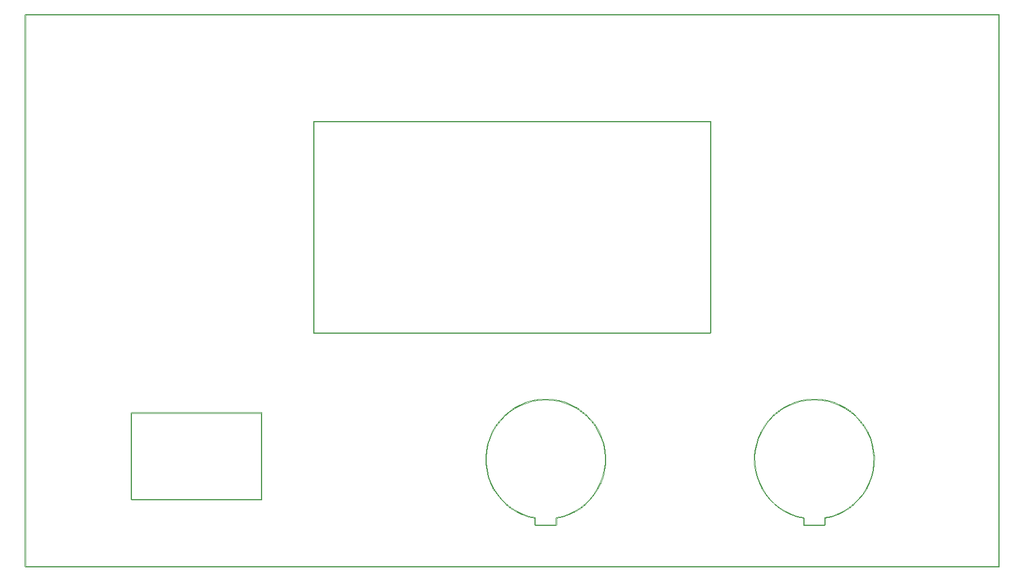
<source format=gko>
G04*
G04 #@! TF.GenerationSoftware,Altium Limited,Altium Designer,20.1.11 (218)*
G04*
G04 Layer_Color=16711935*
%FSLAX25Y25*%
%MOIN*%
G70*
G04*
G04 #@! TF.SameCoordinates,3044359D-6A74-43E1-AAAF-26A8050CFDDE*
G04*
G04*
G04 #@! TF.FilePolarity,Positive*
G04*
G01*
G75*
%ADD19C,0.00394*%
D19*
X553346Y307480D02*
X553150Y307677D01*
X553346Y307480D02*
X553150Y307677D01*
X459870Y78740D02*
X459851Y78749D01*
X459871Y78739D02*
X459870Y78740D01*
X456286Y80190D02*
X456266Y80197D01*
X456287Y80189D02*
X456286Y80190D01*
X459852Y78749D02*
X459850Y78749D01*
X459870Y78740D02*
X459852Y78749D01*
X466455Y74710D02*
X466438Y74723D01*
X466455Y74710D02*
X466438Y74723D01*
X463255Y76917D02*
X463254Y76917D01*
X463273Y76906D02*
X463255Y76917D01*
X463273Y76906D02*
X463255Y76917D01*
X448752Y81873D02*
X448730Y81876D01*
X448752Y81873D02*
X448731Y81875D01*
X444894Y82086D02*
X444871Y82086D01*
X444893D02*
X444870Y82086D01*
X452565Y81239D02*
X452545Y81243D01*
X452566Y81238D02*
X452565Y81239D01*
X456267Y80196D02*
X456266Y80197D01*
X456287Y80190D02*
X456267Y80196D01*
X452566Y81238D02*
X452545Y81243D01*
X477821Y59365D02*
X477813Y59384D01*
X477821Y59363D02*
X477821Y59365D01*
X478994Y55679D02*
X478988Y55701D01*
X478988Y55700D02*
X478988Y55702D01*
X478994Y55680D02*
X478988Y55700D01*
X476252Y62896D02*
X476242Y62916D01*
X477821Y59364D02*
X477813Y59385D01*
X479755Y51891D02*
X479752Y51912D01*
X479756Y51890D02*
X479755Y51891D01*
X480097Y48061D02*
X480097Y48062D01*
X480098Y48044D02*
X480097Y48061D01*
X480098Y48040D02*
X480098Y48044D01*
X480097Y48061D01*
X479755Y51890D02*
X479752Y51913D01*
X472004Y69344D02*
X471991Y69360D01*
X472004Y69344D02*
X471991Y69360D01*
X472005Y69343D02*
X472004Y69344D01*
X469377Y72179D02*
X469362Y72194D01*
X469377Y72179D02*
X469362Y72194D01*
X474305Y66237D02*
X474293Y66255D01*
X476252Y62897D02*
X476242Y62916D01*
X474294Y66255D02*
X474293Y66255D01*
X474305Y66237D02*
X474294Y66255D01*
X441034Y81876D02*
X441011Y81873D01*
X441033Y81875D02*
X441011Y81873D01*
X437219Y81243D02*
X437198Y81238D01*
X437198Y81239D02*
X437197Y81238D01*
X437219Y81243D02*
X437198Y81239D01*
X433497Y80196D02*
X433477Y80190D01*
X433498Y80197D02*
X433497Y80196D01*
X433478Y80190D02*
X433476Y80189D01*
X433497Y80197D02*
X433478Y80190D01*
X429912Y78749D02*
X429893Y78740D01*
X429914Y78749D02*
X429912Y78749D01*
X429894Y78740D02*
X429893Y78739D01*
X429913Y78749D02*
X429894Y78740D01*
X384055Y120709D02*
X384252Y120905D01*
X426508Y76917D02*
X426490Y76906D01*
X426509Y76917D02*
X426508Y76917D01*
X426509Y76917D02*
X426489Y76905D01*
X384252Y244882D02*
X384055Y245079D01*
X384252Y244882D02*
X384055Y245079D01*
X384055Y120709D02*
X384252Y120905D01*
X423327Y74724D02*
X423309Y74710D01*
X423326Y74723D02*
X423309Y74710D01*
X420402Y72194D02*
X420386Y72179D01*
X420402Y72194D02*
X420386Y72179D01*
X417773Y69360D02*
X417759Y69344D01*
X417760Y69344D02*
X417759Y69343D01*
X417773Y69360D02*
X417760Y69344D01*
X415470Y66255D02*
X415458Y66237D01*
X415471Y66255D02*
X415470Y66255D01*
X415470Y66255D02*
X415458Y66237D01*
X413522Y62916D02*
X413512Y62897D01*
X413522Y62916D02*
X413511Y62896D01*
X411951Y59385D02*
X411943Y59364D01*
X411943Y59365D02*
X411942Y59363D01*
X411950Y59384D02*
X411943Y59365D01*
X410775Y55700D02*
X410770Y55680D01*
X410776Y55702D02*
X410775Y55700D01*
X410776Y55701D02*
X410770Y55679D01*
X410011Y51913D02*
X410008Y51890D01*
X322275Y51891D02*
X322272Y51912D01*
X322275Y51890D02*
X322275Y51891D01*
X410008Y51891D02*
X410008Y51890D01*
X410011Y51912D02*
X410008Y51891D01*
X409666Y48061D02*
X409666Y48040D01*
X409667Y48062D02*
X409666Y48061D01*
X322617Y48061D02*
X322617Y48062D01*
X322618Y48044D02*
X322617Y48061D01*
X322617Y48040D02*
X322618Y48044D01*
X322617Y48061D01*
X480098Y48040D02*
X480098Y48044D01*
X480018Y44196D02*
X480018Y44201D01*
X480016Y44175D02*
X480018Y44196D01*
X480016Y44174D02*
X480018Y44196D01*
X479512Y40342D02*
X479516Y40363D01*
X479515Y40362D02*
X479516Y40364D01*
X479512Y40342D02*
X479515Y40362D01*
X478590Y36588D02*
X478596Y36608D01*
X478590Y36588D02*
X478596Y36608D01*
X477263Y32957D02*
X477272Y32977D01*
X477263Y32957D02*
X477263Y32957D01*
X477263Y32957D02*
X477272Y32977D01*
X475557Y29512D02*
X475557Y29512D01*
X475546Y29493D02*
X475557Y29512D01*
X475547Y29494D02*
X475557Y29512D01*
X475546Y29493D02*
X475547Y29494D01*
X473460Y26239D02*
X473473Y26256D01*
X473473Y26256D02*
X473473Y26257D01*
X473460Y26239D02*
X473473Y26256D01*
X471030Y23232D02*
X471045Y23248D01*
X471030Y23232D02*
X471045Y23248D01*
X468286Y20510D02*
X468302Y20524D01*
X468286Y20510D02*
X468302Y20524D01*
X465259Y18104D02*
X465277Y18117D01*
X465260Y18105D02*
X465277Y18117D01*
X465259Y18104D02*
X465260Y18105D01*
X553150Y-16339D02*
X553346Y-16142D01*
X553150Y-16339D02*
X553346Y-16142D01*
X462006Y16055D02*
X462007Y16056D01*
X461988Y16045D02*
X462006Y16055D01*
X461989Y16046D02*
X462007Y16056D01*
X461987Y16045D02*
X461989Y16046D01*
X458529Y14365D02*
X458531Y14365D01*
X458510Y14357D02*
X458529Y14365D01*
X458510Y14357D02*
X458530Y14365D01*
X454869Y13059D02*
X454889Y13065D01*
X454869Y13059D02*
X454889Y13065D01*
X451037Y12556D02*
X450886Y12364D01*
X451083Y8071D02*
X451280Y8268D01*
X451083Y8071D02*
X451280Y8268D01*
X451037Y12556D02*
X450886Y12364D01*
X412492Y32977D02*
X412500Y32957D01*
X412500Y32957D02*
X412501Y32957D01*
X412492Y32977D02*
X412500Y32957D01*
X411167Y36608D02*
X411173Y36588D01*
X411167Y36608D02*
X411173Y36588D01*
X416291Y26256D02*
X416303Y26239D01*
X416290Y26257D02*
X416291Y26256D01*
X416291Y26256D02*
X416303Y26239D01*
X414207Y29512D02*
X414217Y29493D01*
X414207Y29512D02*
X414207Y29512D01*
X414217Y29494D02*
X414218Y29493D01*
X414207Y29512D02*
X414217Y29494D01*
X409667Y48061D02*
X409666Y48040D01*
X409746Y44196D02*
X409748Y44175D01*
X322617Y48040D02*
X322618Y48044D01*
X410248Y40365D02*
X410252Y40342D01*
X410248Y40363D02*
X410252Y40342D01*
X409746Y44196D02*
X409748Y44174D01*
X322536Y44174D02*
X322537Y44196D01*
X322537Y44201D01*
X322536Y44175D02*
X322537Y44196D01*
X434874Y13065D02*
X434895Y13059D01*
X434874Y13065D02*
X434895Y13059D01*
X431234Y14365D02*
X431253Y14357D01*
X431233Y14365D02*
X431234Y14365D01*
X431234Y14365D02*
X431253Y14357D01*
X438878Y12364D02*
X438727Y12556D01*
X438878Y12364D02*
X438727Y12556D01*
X438484Y8268D02*
X438681Y8071D01*
X438484Y8268D02*
X438681Y8071D01*
X421462Y20524D02*
X421478Y20510D01*
X421462Y20524D02*
X421478Y20510D01*
X418719Y23248D02*
X418733Y23232D01*
X418719Y23248D02*
X418733Y23232D01*
X427758Y16055D02*
X427776Y16045D01*
X427757Y16056D02*
X427758Y16055D01*
X427775Y16046D02*
X427777Y16045D01*
X427757Y16056D02*
X427775Y16046D01*
X424487Y18117D02*
X424504Y18104D01*
X424504Y18105D02*
X424505Y18104D01*
X424487Y18117D02*
X424504Y18105D01*
X298786Y80196D02*
X298785Y80197D01*
X298806Y80190D02*
X298786Y80196D01*
X298805Y80190D02*
X298786Y80197D01*
X298807Y80189D02*
X298805Y80190D01*
X295086Y81238D02*
X295064Y81243D01*
X291272Y81873D02*
X291251Y81875D01*
X295085Y81239D02*
X295064Y81243D01*
X295086Y81238D02*
X295085Y81239D01*
X305793Y76906D02*
X305775Y76917D01*
X305793Y76906D02*
X305775Y76917D01*
X302371Y78749D02*
X302369Y78749D01*
X302390Y78740D02*
X302371Y78749D01*
X302390Y78740D02*
X302370Y78749D01*
X287414Y82086D02*
X287391Y82086D01*
X287412D02*
X287389Y82086D01*
X291272Y81873D02*
X291249Y81876D01*
X283554D02*
X283531Y81873D01*
X318772Y62896D02*
X318762Y62916D01*
X320340Y59365D02*
X320333Y59384D01*
X320341Y59363D02*
X320340Y59365D01*
X320341Y59364D02*
X320332Y59385D01*
X316825Y66237D02*
X316813Y66255D01*
X318772Y62897D02*
X318762Y62916D01*
X321513Y55679D02*
X321508Y55701D01*
X322275Y51890D02*
X322272Y51913D01*
X321508Y55700D02*
X321508Y55702D01*
X321513Y55680D02*
X321508Y55700D01*
X311897Y72179D02*
X311881Y72194D01*
X311897Y72179D02*
X311881Y72194D01*
X311897Y72179D02*
X311897Y72179D01*
X308975Y74710D02*
X308958Y74723D01*
X308975Y74710D02*
X308958Y74723D01*
X314524Y69344D02*
X314510Y69360D01*
X314525Y69343D02*
X314524Y69344D01*
X316813Y66255D02*
X316813Y66255D01*
X316825Y66237D02*
X316813Y66255D01*
X314510Y69360D02*
X314510Y69360D01*
X314524Y69343D02*
X314510Y69360D01*
X283552Y81875D02*
X283531Y81873D01*
X279739Y81243D02*
X279717Y81238D01*
X279718Y81239D02*
X279717Y81238D01*
X279739Y81243D02*
X279718Y81239D01*
X276016Y80196D02*
X275997Y80190D01*
X276018Y80197D02*
X276016Y80196D01*
X275997Y80190D02*
X275996Y80189D01*
X276017Y80197D02*
X275997Y80190D01*
X272432Y78749D02*
X272413Y78740D01*
X272433Y78749D02*
X272432Y78749D01*
X272433Y78749D02*
X272413Y78740D01*
X269028Y76917D02*
X269010Y76906D01*
X269028Y76917D02*
X269010Y76906D01*
X151181Y120905D02*
X151378Y120709D01*
X151378Y245079D02*
X151181Y244882D01*
X265845Y74723D02*
X265828Y74710D01*
X-17717Y307677D02*
X-17914Y307480D01*
X151378Y245079D02*
X151181Y244882D01*
X-17717Y307677D02*
X-17914Y307480D01*
X151181Y120905D02*
X151378Y120709D01*
X265845Y74723D02*
X265828Y74710D01*
X121063Y74016D02*
X120866Y74213D01*
X121063Y74016D02*
X120866Y74213D01*
X44488Y74213D02*
X44291Y74016D01*
X262922Y72194D02*
X262906Y72179D01*
X262906Y72179D02*
X262906Y72179D01*
X262922Y72194D02*
X262906Y72179D01*
X260293Y69360D02*
X260279Y69343D01*
X260293Y69360D02*
X260293Y69360D01*
X260279Y69344D02*
X260279Y69343D01*
X260293Y69360D02*
X260279Y69344D01*
X257990Y66255D02*
X257978Y66237D01*
X257990Y66255D02*
X257990Y66255D01*
X257990Y66255D02*
X257978Y66237D01*
X256041Y62916D02*
X256031Y62897D01*
X256041Y62916D02*
X256031Y62896D01*
X254471Y59385D02*
X254462Y59364D01*
X254463Y59365D02*
X254462Y59363D01*
X254470Y59384D02*
X254463Y59365D01*
X44488Y74213D02*
X44291Y74016D01*
X253295Y55700D02*
X253290Y55680D01*
X253295Y55702D02*
X253295Y55700D01*
X253295Y55701D02*
X253290Y55679D01*
X252531Y51913D02*
X252528Y51890D01*
X252528Y51891D02*
X252528Y51890D01*
X252531Y51912D02*
X252528Y51891D01*
X252186Y48061D02*
X252186Y48040D01*
X252186Y48062D02*
X252186Y48061D01*
X322035Y40362D02*
X322035Y40364D01*
X322031Y40342D02*
X322035Y40362D01*
X322031Y40342D02*
X322035Y40363D01*
X321110Y36588D02*
X321116Y36608D01*
X321110Y36587D02*
X321116Y36608D01*
X319783Y32957D02*
X319792Y32978D01*
X319783Y32957D02*
X319791Y32977D01*
X319783Y32957D02*
X319783Y32957D01*
X318076Y29512D02*
X318077Y29512D01*
X318066Y29493D02*
X318076Y29512D01*
X318066Y29494D02*
X318077Y29512D01*
X318066Y29493D02*
X318066Y29494D01*
X315992Y26256D02*
X315993Y26257D01*
X315980Y26239D02*
X315992Y26256D01*
X315980Y26239D02*
X315993Y26256D01*
X313550Y23232D02*
X313564Y23248D01*
X313550Y23232D02*
X313564Y23248D01*
X310805Y20510D02*
X310822Y20524D01*
X310805Y20510D02*
X310822Y20524D01*
X307779Y18104D02*
X307797Y18117D01*
X307780Y18105D02*
X307797Y18117D01*
X307779Y18104D02*
X307780Y18105D01*
X304526Y16055D02*
X304527Y16056D01*
X304507Y16045D02*
X304526Y16055D01*
X304508Y16046D02*
X304526Y16056D01*
X304506Y16045D02*
X304508Y16046D01*
X301049Y14365D02*
X301051Y14365D01*
X301030Y14357D02*
X301049Y14365D01*
X301030Y14357D02*
X301050Y14365D01*
X297388Y13059D02*
X297409Y13065D01*
X297388Y13059D02*
X297409Y13065D01*
X293557Y12556D02*
X293405Y12364D01*
X281398D02*
X281246Y12556D01*
X293557D02*
X293405Y12364D01*
X281398D02*
X281246Y12556D01*
X293602Y8071D02*
X293799Y8268D01*
X293602Y8071D02*
X293799Y8268D01*
X281004D02*
X281201Y8071D01*
X281004Y8268D02*
X281201Y8071D01*
X255012Y32977D02*
X255020Y32957D01*
X255012Y32977D02*
X255020Y32957D01*
X253687Y36608D02*
X253693Y36588D01*
X253687Y36608D02*
X253693Y36588D01*
X258811Y26256D02*
X258823Y26239D01*
X258810Y26257D02*
X258811Y26256D01*
X258810Y26256D02*
X258823Y26239D01*
X256726Y29512D02*
X256737Y29493D01*
X256737Y29494D02*
X256737Y29493D01*
X256726Y29512D02*
X256737Y29494D01*
X252768Y40362D02*
X252772Y40342D01*
X252768Y40364D02*
X252768Y40362D01*
X252186Y48061D02*
X252186Y48040D01*
X252266Y44196D02*
X252267Y44174D01*
X252266Y44196D02*
X252267Y44175D01*
X252768Y40363D02*
X252772Y40342D01*
X270277Y16055D02*
X270296Y16045D01*
X270276Y16056D02*
X270277Y16055D01*
X270295Y16046D02*
X270297Y16045D01*
X270277Y16056D02*
X270295Y16046D01*
X267006Y18117D02*
X267024Y18104D01*
X267023Y18105D02*
X267025Y18104D01*
X267006Y18117D02*
X267023Y18105D01*
X277394Y13065D02*
X277415Y13059D01*
X277394Y13065D02*
X277415Y13059D01*
X273754Y14365D02*
X273773Y14356D01*
X273752Y14365D02*
X273754Y14365D01*
X273753Y14365D02*
X273773Y14356D01*
X261239Y23248D02*
X261253Y23232D01*
X261239Y23248D02*
X261253Y23232D01*
X120866Y23031D02*
X121063Y23228D01*
X120866Y23031D02*
X121063Y23228D01*
X44291Y23228D02*
X44488Y23031D01*
X263982Y20524D02*
X263998Y20510D01*
X263982Y20524D02*
X263998Y20510D01*
X44291Y23228D02*
X44488Y23031D01*
X-17914Y-16142D02*
X-17717Y-16339D01*
X-17914Y-16142D02*
X-17717Y-16339D01*
X459851Y78749D02*
X459852Y78749D01*
X459850Y78749D02*
X459851Y78749D01*
X456287Y80189D02*
X459850Y78749D01*
X456287Y80190D02*
X456287Y80189D01*
X456286Y80190D02*
X456287Y80190D01*
X456149Y79820D02*
X459693Y78388D01*
X463273Y76906D02*
X466438Y74723D01*
X463059Y76575D02*
X466206Y74405D01*
X466455Y74710D02*
X469362Y72194D01*
X463255Y76917D02*
X463255Y76917D01*
X463254Y76917D02*
X463255Y76917D01*
X459871Y78739D02*
X463254Y76917D01*
X459870Y78740D02*
X459871Y78739D01*
X459870Y78740D02*
X459870Y78740D01*
X459693Y78388D02*
X463059Y76575D01*
X448730Y81876D02*
X448731Y81875D01*
X444894Y82086D02*
X448730Y81876D01*
X444893Y82086D02*
X444894Y82086D01*
X444882Y81692D02*
X448699Y81483D01*
X444870Y82086D02*
X444871Y82086D01*
X441034Y81876D02*
X444870Y82086D01*
X441033Y81875D02*
X441034Y81876D01*
X441065Y81483D02*
X444882Y81692D01*
X456266Y80197D02*
X456267Y80196D01*
X456266Y80197D02*
X456266Y80197D01*
X452566Y81238D02*
X456266Y80197D01*
X452566Y81238D02*
X452566Y81238D01*
X452565Y81239D02*
X452566Y81238D01*
X452469Y80856D02*
X456149Y79820D01*
X448752Y81873D02*
X452545Y81243D01*
X448699Y81483D02*
X452469Y80856D01*
X477821Y59365D02*
X477821Y59364D01*
X477821Y59363D01*
X478988Y55702D01*
X478988Y55701D01*
X478988Y55700D01*
X477449Y59234D02*
X478610Y55592D01*
X476252Y62897D02*
X476252Y62896D01*
X477813Y59385D01*
X477813Y59384D01*
X479755Y51891D02*
X479755Y51890D01*
X479756Y51890D01*
X480097Y48062D01*
X480097Y48061D01*
X480097Y48061D01*
X478994Y55680D02*
X478994Y55679D01*
X479752Y51913D01*
X479752Y51912D01*
X478610Y55592D02*
X479364Y51845D01*
X469377Y72179D02*
X471991Y69360D01*
X469096Y71904D02*
X471694Y69100D01*
X466206Y74405D02*
X469096Y71904D01*
X474305Y66237D02*
X476242Y62916D01*
X473970Y66029D02*
X475896Y62727D01*
X477449Y59234D01*
X472004Y69344D02*
X472004Y69344D01*
X472005Y69343D01*
X474293Y66255D01*
X474293Y66255D01*
X474294Y66255D01*
X471694Y69100D02*
X473970Y66029D01*
X437219Y81243D02*
X441011Y81873D01*
X437294Y80856D02*
X441065Y81483D01*
X437198Y81238D02*
X437198Y81239D01*
X437197Y81238D02*
X437198Y81238D01*
X433498Y80197D02*
X437197Y81238D01*
X433497Y80197D02*
X433498Y80197D01*
X433497Y80196D02*
X433497Y80197D01*
X433615Y79820D02*
X437294Y80856D01*
X433477Y80190D02*
X433478Y80190D01*
X433476Y80189D02*
X433477Y80190D01*
X429914Y78749D02*
X433476Y80189D01*
X429913Y78749D02*
X429914Y78749D01*
X429912Y78749D02*
X429913Y78749D01*
X430071Y78388D02*
X433615Y79820D01*
X429893Y78740D02*
X429894Y78740D01*
X429893Y78739D02*
X429893Y78740D01*
X426509Y76917D02*
X429893Y78739D01*
X426509Y76917D02*
X426509Y76917D01*
X426508Y76917D02*
X426509Y76917D01*
X426705Y76575D02*
X430071Y78388D01*
X384252Y244882D02*
X384252Y120905D01*
X383858Y244685D02*
X383858Y121102D01*
X426489Y76905D02*
X426490Y76906D01*
X423327Y74724D02*
X426489Y76905D01*
X423326Y74723D02*
X423327Y74724D01*
X423558Y74405D02*
X426705Y76575D01*
X420668Y71904D02*
X423558Y74405D01*
X420402Y72194D02*
X423309Y74710D01*
X418069Y69100D02*
X420668Y71904D01*
X417773Y69360D02*
X420386Y72179D01*
X415793Y66029D02*
X418069Y69100D01*
X417759Y69344D02*
X417760Y69344D01*
X417759Y69343D02*
X417759Y69344D01*
X415471Y66255D02*
X417759Y69343D01*
X415470Y66255D02*
X415471Y66255D01*
X415470Y66255D02*
X415470Y66255D01*
X413867Y62727D02*
X415793Y66029D01*
X413522Y62916D02*
X415458Y66237D01*
X413511Y62896D02*
X413512Y62897D01*
X411951Y59385D02*
X413511Y62896D01*
X411950Y59384D02*
X411951Y59385D01*
X412315Y59234D02*
X413867Y62727D01*
X411943Y59364D02*
X411943Y59365D01*
X411942Y59363D02*
X411943Y59364D01*
X410776Y55702D02*
X411942Y59363D01*
X410776Y55701D02*
X410776Y55702D01*
X410775Y55700D02*
X410776Y55701D01*
X411154Y55592D02*
X412315Y59234D01*
X410770Y55679D02*
X410770Y55680D01*
X410011Y51913D02*
X410770Y55679D01*
X410011Y51912D02*
X410011Y51913D01*
X410399Y51845D02*
X411154Y55592D01*
X410008Y51890D02*
X410008Y51891D01*
X410008Y51890D02*
X410008Y51890D01*
X409667Y48062D02*
X410008Y51890D01*
X409667Y48061D02*
X409667Y48062D01*
X409666Y48061D02*
X409667Y48061D01*
X322275Y51891D02*
X322275Y51890D01*
X322275Y51890D01*
X322617Y48062D01*
X322617Y48061D01*
X322617Y48061D01*
X480018Y44196D02*
X480098Y48040D01*
X479364Y51845D02*
X479704Y48037D01*
X479624Y44215D02*
X479704Y48037D01*
X479126Y40425D02*
X479624Y44215D01*
X480016Y44174D02*
X480016Y44175D01*
X479516Y40364D02*
X480016Y44174D01*
X479516Y40363D02*
X479516Y40364D01*
X479515Y40362D02*
X479516Y40363D01*
X552953Y-15945D02*
Y307283D01*
X553346Y-16142D02*
Y307480D01*
X478596Y36608D02*
X479512Y40342D01*
X478217Y36713D02*
X479126Y40425D01*
X477272Y32977D02*
X478590Y36588D01*
X476905Y33122D02*
X478217Y36713D01*
X477263Y32957D02*
X477263Y32957D01*
X477263Y32957D02*
X477263Y32957D01*
X475557Y29512D02*
X477263Y32957D01*
X475557Y29512D02*
X475557Y29512D01*
X475557Y29512D02*
X475557Y29512D01*
X475209Y29697D02*
X476905Y33122D01*
X473147Y26478D02*
X475209Y29697D01*
X475546Y29493D02*
X475547Y29494D01*
X475546Y29493D02*
X475546Y29493D01*
X473473Y26257D02*
X475546Y29493D01*
X473473Y26256D02*
X473473Y26257D01*
X473473Y26256D02*
X473473Y26256D01*
X471045Y23248D02*
X473460Y26239D01*
X470745Y23504D02*
X473147Y26478D01*
X468032Y20811D02*
X470745Y23504D01*
X468302Y20524D02*
X471030Y23232D01*
X465277Y18117D02*
X468286Y20510D01*
X465040Y18432D02*
X468032Y20811D01*
X465259Y18104D02*
X465260Y18105D01*
X465259Y18104D02*
X465259Y18104D01*
X462007Y16056D02*
X465259Y18104D01*
X462007Y16056D02*
X462007Y16056D01*
X462006Y16055D02*
X462007Y16056D01*
X461806Y16395D02*
X465040Y18432D01*
X461988Y16045D02*
X461989Y16046D01*
X461987Y16045D02*
X461988Y16045D01*
X458531Y14365D02*
X461987Y16045D01*
X458530Y14365D02*
X458531Y14365D01*
X458529Y14365D02*
X458530Y14365D01*
X458368Y14724D02*
X461806Y16395D01*
X454767Y13440D02*
X458368Y14724D01*
X454889Y13065D02*
X458510Y14357D01*
X451037Y12556D02*
X454767Y13440D01*
X451280Y12208D02*
X454869Y13059D01*
X451280Y8268D02*
Y12208D01*
X450886Y8465D02*
Y12364D01*
X438681Y8071D02*
X451083D01*
X438878Y8465D02*
X450886D01*
X412858Y33122D02*
X414555Y29697D01*
X411547Y36713D02*
X412858Y33122D01*
X411173Y36588D02*
X412492Y32977D01*
X416616Y26478D02*
X419018Y23504D01*
X414555Y29697D02*
X416616Y26478D01*
X412500Y32957D02*
X412500Y32957D01*
X412501Y32957D01*
X414207Y29512D01*
X414207Y29512D01*
X414207Y29512D01*
X414217Y29494D02*
X414217Y29493D01*
X414218Y29493D01*
X416290Y26257D01*
X416291Y26256D01*
X416291Y26256D01*
X410060Y48037D02*
X410399Y51845D01*
X410060Y48037D02*
X410140Y44215D01*
X409666Y48040D02*
X409746Y44196D01*
X322144Y44215D02*
X322223Y48037D01*
X322537Y44196D02*
X322617Y48040D01*
X410637Y40425D02*
X411547Y36713D01*
X410140Y44215D02*
X410637Y40425D01*
X410252Y40342D02*
X411167Y36608D01*
X409748Y44175D02*
X409748Y44174D01*
X410248Y40365D01*
X410248Y40363D01*
X431396Y14724D02*
X434997Y13440D01*
X431253Y14357D02*
X434874Y13065D01*
X427958Y16395D02*
X431396Y14724D01*
X438878Y8465D02*
Y12364D01*
X434997Y13440D02*
X438727Y12556D01*
X434895Y13059D02*
X438484Y12208D01*
Y8268D02*
Y12208D01*
X421732Y20811D02*
X424723Y18432D01*
X419018Y23504D02*
X421732Y20811D01*
X416303Y26239D02*
X418719Y23248D01*
X418733Y23232D02*
X421462Y20524D01*
X424723Y18432D02*
X427958Y16395D01*
X427757Y16056D02*
X427758Y16055D01*
X427757Y16056D02*
X427757Y16056D01*
X424505Y18104D02*
X427757Y16056D01*
X424504Y18104D02*
X424505Y18104D01*
X424504Y18105D02*
X424504Y18104D01*
X431234Y14365D02*
X431234Y14365D01*
X431233Y14365D02*
X431234Y14365D01*
X427777Y16045D02*
X431233Y14365D01*
X427776Y16045D02*
X427777Y16045D01*
X427775Y16046D02*
X427776Y16045D01*
X421478Y20510D02*
X424487Y18117D01*
X298786Y80197D02*
X298786Y80196D01*
X298785Y80197D02*
X298786Y80197D01*
X295086Y81238D02*
X298785Y80197D01*
X295086Y81238D02*
X295086Y81238D01*
X295085Y81239D02*
X295086Y81238D01*
X294989Y80856D02*
X298669Y79820D01*
X291272Y81873D02*
X295064Y81243D01*
X302390Y78740D02*
X305775Y76917D01*
X302213Y78388D02*
X305578Y76575D01*
X305793Y76906D02*
X308958Y74723D01*
X302370Y78749D02*
X302371Y78749D01*
X302369Y78749D02*
X302370Y78749D01*
X298807Y80189D02*
X302369Y78749D01*
X298806Y80190D02*
X298807Y80189D01*
X298805Y80190D02*
X298806Y80190D01*
X298669Y79820D02*
X302213Y78388D01*
X-17520Y307283D02*
X552953Y307283D01*
X151575Y244685D02*
X383858Y244685D01*
X-17717Y307677D02*
X553150Y307677D01*
X151378Y120709D02*
X384055Y120709D01*
X151575Y121102D02*
X383858Y121102D01*
X151378Y245079D02*
X384055Y245079D01*
X291249Y81876D02*
X291251Y81875D01*
X287414Y82086D02*
X291249Y81876D01*
X287412Y82086D02*
X287414Y82086D01*
X287389D02*
X287391Y82086D01*
X283554Y81876D02*
X287389Y82086D01*
X283552Y81875D02*
X283554Y81876D01*
X287402Y81692D02*
X291218Y81483D01*
X294989Y80856D01*
X283585Y81483D02*
X287402Y81692D01*
X279814Y80856D02*
X283585Y81483D01*
X318772Y62897D02*
X318772Y62896D01*
X320332Y59385D01*
X320333Y59384D01*
X318416Y62727D02*
X319969Y59234D01*
X316825Y66237D02*
X318762Y62916D01*
X321513Y55680D02*
X321513Y55679D01*
X322272Y51913D01*
X322272Y51912D01*
X321129Y55592D02*
X321884Y51845D01*
X320340Y59365D02*
X320341Y59364D01*
X320341Y59363D01*
X321508Y55702D01*
X321508Y55701D01*
X321508Y55700D01*
X319969Y59234D02*
X321129Y55592D01*
X308975Y74710D02*
X311881Y72194D01*
X308725Y74405D02*
X311615Y71904D01*
X305578Y76575D02*
X308725Y74405D01*
X314524Y69344D02*
X314524Y69343D01*
X314525Y69343D01*
X316813Y66255D01*
X316813Y66255D01*
X316813Y66255D01*
X314214Y69100D02*
X316490Y66029D01*
X318416Y62727D01*
X311897Y72179D02*
X311897Y72179D01*
X311897Y72179D01*
X314510Y69360D01*
X314510Y69360D01*
X314510Y69360D01*
X311615Y71904D02*
X314214Y69100D01*
X279739Y81243D02*
X283531Y81873D01*
X276134Y79820D02*
X279814Y80856D01*
X279717Y81238D02*
X279718Y81239D01*
X279717Y81238D02*
X279717Y81238D01*
X276018Y80197D02*
X279717Y81238D01*
X276017Y80197D02*
X276018Y80197D01*
X276016Y80196D02*
X276017Y80197D01*
X275997Y80190D02*
X275997Y80190D01*
X275996Y80189D02*
X275997Y80190D01*
X272433Y78749D02*
X275996Y80189D01*
X272433Y78749D02*
X272433Y78749D01*
X272432Y78749D02*
X272433Y78749D01*
X272590Y78388D02*
X276134Y79820D01*
X269225Y76575D02*
X272590Y78388D01*
X269028Y76917D02*
X272413Y78740D01*
X151575Y244685D02*
X151575Y121102D01*
X265845Y74723D02*
X269010Y76906D01*
X151181Y244882D02*
X151181Y120905D01*
X266078Y74405D02*
X269225Y76575D01*
X262922Y72194D02*
X265828Y74710D01*
X263188Y71904D02*
X266078Y74405D01*
X44488Y74213D02*
X120866Y74213D01*
X262906Y72179D02*
X262906Y72179D01*
X262906Y72179D02*
X262906Y72179D01*
X260293Y69360D02*
X262906Y72179D01*
X260293Y69360D02*
X260293Y69360D01*
X260293Y69360D02*
X260293Y69360D01*
X260589Y69100D02*
X263188Y71904D01*
X260279Y69343D02*
X260279Y69344D01*
X260279Y69343D02*
X260279Y69343D01*
X257990Y66255D02*
X260279Y69343D01*
X257990Y66255D02*
X257990Y66255D01*
X257990Y66255D02*
X257990Y66255D01*
X258313Y66029D02*
X260589Y69100D01*
X256041Y62916D02*
X257978Y66237D01*
X256387Y62727D02*
X258313Y66029D01*
X256031Y62896D02*
X256031Y62897D01*
X254471Y59385D02*
X256031Y62896D01*
X254470Y59384D02*
X254471Y59385D01*
X254834Y59234D02*
X256387Y62727D01*
X254462Y59364D02*
X254463Y59365D01*
X254462Y59363D02*
X254462Y59364D01*
X253295Y55702D02*
X254462Y59363D01*
X253295Y55701D02*
X253295Y55702D01*
X253295Y55700D02*
X253295Y55701D01*
X44685Y73819D02*
X120669Y73819D01*
X253674Y55592D02*
X254834Y59234D01*
X253290Y55679D02*
X253290Y55680D01*
X252531Y51913D02*
X253290Y55679D01*
X252531Y51912D02*
X252531Y51913D01*
X252919Y51845D02*
X253674Y55592D01*
X252528Y51890D02*
X252528Y51891D01*
X252528Y51890D02*
X252528Y51890D01*
X252186Y48062D02*
X252528Y51890D01*
X252186Y48061D02*
X252186Y48062D01*
X252186Y48061D02*
X252186Y48061D01*
X321884Y51845D02*
X322223Y48037D01*
X322536Y44174D02*
X322536Y44175D01*
X322035Y40364D02*
X322536Y44174D01*
X322035Y40363D02*
X322035Y40364D01*
X322035Y40362D02*
X322035Y40363D01*
X321646Y40425D02*
X322144Y44215D01*
X321116Y36608D02*
X322031Y40342D01*
X320736Y36713D02*
X321646Y40425D01*
X321110Y36587D02*
X321110Y36588D01*
X319792Y32978D02*
X321110Y36587D01*
X319791Y32977D02*
X319792Y32978D01*
X319425Y33122D02*
X320736Y36713D01*
X319783Y32957D02*
X319783Y32957D01*
X319783Y32957D02*
X319783Y32957D01*
X318077Y29512D02*
X319783Y32957D01*
X318077Y29512D02*
X318077Y29512D01*
X318076Y29512D02*
X318077Y29512D01*
X317728Y29697D02*
X319425Y33122D01*
X318066Y29493D02*
X318066Y29494D01*
X318066Y29493D02*
X318066Y29493D01*
X315993Y26257D02*
X318066Y29493D01*
X315993Y26256D02*
X315993Y26257D01*
X315992Y26256D02*
X315993Y26256D01*
X315667Y26478D02*
X317728Y29697D01*
X313564Y23248D02*
X315980Y26239D01*
X313265Y23504D02*
X315667Y26478D01*
X310822Y20524D02*
X313550Y23232D01*
X310552Y20811D02*
X313265Y23504D01*
X307560Y18432D02*
X310552Y20811D01*
X307797Y18117D02*
X310805Y20510D01*
X304326Y16395D02*
X307560Y18432D01*
X307779Y18104D02*
X307780Y18105D01*
X307779Y18104D02*
X307779Y18104D01*
X304527Y16056D02*
X307779Y18104D01*
X304526Y16056D02*
X304527Y16056D01*
X304526Y16055D02*
X304526Y16056D01*
X300887Y14724D02*
X304326Y16395D01*
X304507Y16045D02*
X304508Y16046D01*
X304506Y16045D02*
X304507Y16045D01*
X301051Y14365D02*
X304506Y16045D01*
X301050Y14365D02*
X301051Y14365D01*
X301049Y14365D02*
X301050Y14365D01*
X297287Y13440D02*
X300887Y14724D01*
X297409Y13065D02*
X301030Y14357D01*
X293799Y12208D02*
X297388Y13059D01*
X293799Y8268D02*
Y12208D01*
X293557Y12556D02*
X297287Y13440D01*
X281398Y8465D02*
X293405D01*
X277516Y13440D02*
X281246Y12556D01*
X277415Y13059D02*
X281004Y12208D01*
X281398Y8465D02*
Y12364D01*
X281201Y8071D02*
X293602D01*
X-17717Y-16339D02*
X553150Y-16339D01*
X-17520Y-15945D02*
X552953Y-15945D01*
X293405Y8465D02*
Y12364D01*
X281004Y8268D02*
Y12208D01*
X255378Y33122D02*
X257075Y29697D01*
X254067Y36713D02*
X255378Y33122D01*
X253693Y36588D02*
X255012Y32977D01*
X259136Y26478D02*
X261538Y23504D01*
X257075Y29697D02*
X259136Y26478D01*
X255020Y32957D02*
X256726Y29512D01*
X256737Y29494D02*
X256737Y29493D01*
X256737Y29493D01*
X258810Y26257D01*
X258810Y26256D01*
X258811Y26256D01*
X252659Y44215D02*
X253157Y40425D01*
X252580Y48037D02*
X252919Y51845D01*
X252267Y44175D02*
X252267Y44174D01*
X252768Y40364D01*
X252768Y40363D01*
X252768Y40362D01*
X252580Y48037D02*
X252659Y44215D01*
X252186Y48040D02*
X252266Y44196D01*
X253157Y40425D02*
X254067Y36713D01*
X121063Y74016D02*
X121063Y23228D01*
X120669Y73819D02*
X120669Y23425D01*
X252772Y40342D02*
X253687Y36608D01*
X-17520Y307283D02*
X-17520Y-15945D01*
X-17914Y307480D02*
X-17914Y-16142D01*
X44685Y73819D02*
X44685Y23425D01*
X44291Y74016D02*
X44291Y23228D01*
X270478Y16395D02*
X273916Y14724D01*
X267243Y18432D02*
X270478Y16395D01*
X270277Y16056D02*
X270277Y16055D01*
X270276Y16056D02*
X270277Y16056D01*
X267025Y18104D02*
X270276Y16056D01*
X267024Y18104D02*
X267025Y18104D01*
X267023Y18105D02*
X267024Y18104D01*
X273916Y14724D02*
X277516Y13440D01*
X273773Y14356D02*
X277394Y13065D01*
X273753Y14365D02*
X273754Y14365D01*
X273752Y14365D02*
X273753Y14365D01*
X270297Y16045D02*
X273752Y14365D01*
X270296Y16045D02*
X270297Y16045D01*
X270295Y16046D02*
X270296Y16045D01*
X258823Y26239D02*
X261239Y23248D01*
X44685Y23425D02*
X120669Y23425D01*
X44488Y23031D02*
X120866Y23031D01*
X264251Y20811D02*
X267243Y18432D01*
X261538Y23504D02*
X264251Y20811D01*
X263998Y20510D02*
X267006Y18117D01*
X261253Y23232D02*
X263982Y20524D01*
M02*

</source>
